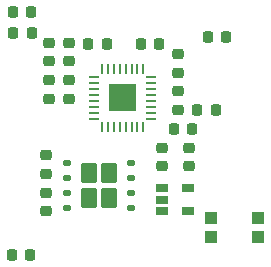
<source format=gbr>
G04 #@! TF.GenerationSoftware,KiCad,Pcbnew,(5.99.0-7341-g916db1094)*
G04 #@! TF.CreationDate,2020-12-04T14:01:58-06:00*
G04 #@! TF.ProjectId,CircuitBrains Basic v1_2,43697263-7569-4744-9272-61696e732042,rev?*
G04 #@! TF.SameCoordinates,Original*
G04 #@! TF.FileFunction,Paste,Top*
G04 #@! TF.FilePolarity,Positive*
%FSLAX46Y46*%
G04 Gerber Fmt 4.6, Leading zero omitted, Abs format (unit mm)*
G04 Created by KiCad (PCBNEW (5.99.0-7341-g916db1094)) date 2020-12-04 14:01:58*
%MOMM*%
%LPD*%
G01*
G04 APERTURE LIST*
G04 Aperture macros list*
%AMRoundRect*
0 Rectangle with rounded corners*
0 $1 Rounding radius*
0 $2 $3 $4 $5 $6 $7 $8 $9 X,Y pos of 4 corners*
0 Add a 4 corners polygon primitive as box body*
4,1,4,$2,$3,$4,$5,$6,$7,$8,$9,$2,$3,0*
0 Add four circle primitives for the rounded corners*
1,1,$1+$1,$2,$3,0*
1,1,$1+$1,$4,$5,0*
1,1,$1+$1,$6,$7,0*
1,1,$1+$1,$8,$9,0*
0 Add four rect primitives between the rounded corners*
20,1,$1+$1,$2,$3,$4,$5,0*
20,1,$1+$1,$4,$5,$6,$7,0*
20,1,$1+$1,$6,$7,$8,$9,0*
20,1,$1+$1,$8,$9,$2,$3,0*%
G04 Aperture macros list end*
%ADD10RoundRect,0.218750X0.256250X-0.218750X0.256250X0.218750X-0.256250X0.218750X-0.256250X-0.218750X0*%
%ADD11RoundRect,0.218750X-0.218750X-0.256250X0.218750X-0.256250X0.218750X0.256250X-0.218750X0.256250X0*%
%ADD12RoundRect,0.218750X-0.256250X0.218750X-0.256250X-0.218750X0.256250X-0.218750X0.256250X0.218750X0*%
%ADD13RoundRect,0.218750X0.218750X0.256250X-0.218750X0.256250X-0.218750X-0.256250X0.218750X-0.256250X0*%
%ADD14R,0.260000X0.840000*%
%ADD15R,0.840000X0.260000*%
%ADD16R,1.000000X1.000000*%
%ADD17R,1.060000X0.650000*%
%ADD18RoundRect,0.250000X-0.435000X-0.615000X0.435000X-0.615000X0.435000X0.615000X-0.435000X0.615000X0*%
%ADD19RoundRect,0.125000X-0.250000X-0.125000X0.250000X-0.125000X0.250000X0.125000X-0.250000X0.125000X0*%
G04 APERTURE END LIST*
G36*
X101238420Y-101238420D02*
G01*
X98959440Y-101238420D01*
X98959440Y-98959440D01*
X101238420Y-98959440D01*
X101238420Y-101238420D01*
G37*
D10*
X104800000Y-101099500D03*
X104800000Y-99524500D03*
X95600000Y-100187500D03*
X95600000Y-98612500D03*
D11*
X106400500Y-101100000D03*
X107975500Y-101100000D03*
D10*
X103400000Y-105887500D03*
X103400000Y-104312500D03*
D12*
X93600000Y-108124500D03*
X93600000Y-109699500D03*
D13*
X103199500Y-95500000D03*
X101624500Y-95500000D03*
D10*
X105700000Y-105875500D03*
X105700000Y-104300500D03*
X93900000Y-100187500D03*
X93900000Y-98612500D03*
X104800000Y-97987500D03*
X104800000Y-96412500D03*
D11*
X90800000Y-92800000D03*
X92375000Y-92800000D03*
X90812500Y-94600000D03*
X92387500Y-94600000D03*
D10*
X93600000Y-106499500D03*
X93600000Y-104924500D03*
D13*
X105999500Y-102700000D03*
X104424500Y-102700000D03*
D10*
X95600000Y-97000000D03*
X95600000Y-95425000D03*
D11*
X97200000Y-95500000D03*
X98775000Y-95500000D03*
D10*
X93900000Y-97000000D03*
X93900000Y-95425000D03*
D14*
X101850000Y-97665000D03*
X101350000Y-97665000D03*
X100850000Y-97665000D03*
X100350000Y-97665000D03*
X99850000Y-97665000D03*
X99350000Y-97665000D03*
X98850000Y-97665000D03*
X98350000Y-97665000D03*
D15*
X97665000Y-98350000D03*
X97665000Y-98850000D03*
X97665000Y-99350000D03*
X97665000Y-99850000D03*
X97665000Y-100350000D03*
X97665000Y-100850000D03*
X97665000Y-101350000D03*
X97665000Y-101850000D03*
D14*
X98350000Y-102535000D03*
X98850000Y-102535000D03*
X99350000Y-102535000D03*
X99850000Y-102535000D03*
X100350000Y-102535000D03*
X100850000Y-102535000D03*
X101350000Y-102535000D03*
X101850000Y-102535000D03*
D15*
X102535000Y-101850000D03*
X102535000Y-101350000D03*
X102535000Y-100850000D03*
X102535000Y-100350000D03*
X102535000Y-99850000D03*
X102535000Y-99350000D03*
X102535000Y-98850000D03*
X102535000Y-98350000D03*
D16*
X111600000Y-111900000D03*
X107600000Y-111900000D03*
X111600000Y-110300000D03*
X107600000Y-110300000D03*
D17*
X103400000Y-107750000D03*
X103400000Y-108700000D03*
X103400000Y-109650000D03*
X105600000Y-109650000D03*
X105600000Y-107750000D03*
D13*
X92275000Y-113400000D03*
X90700000Y-113400000D03*
D18*
X98950000Y-108575000D03*
X98950000Y-106425000D03*
X97250000Y-108575000D03*
X97250000Y-106425000D03*
D19*
X95400000Y-105595000D03*
X95400000Y-106865000D03*
X95400000Y-108135000D03*
X95400000Y-109405000D03*
X100800000Y-109405000D03*
X100800000Y-108135000D03*
X100800000Y-106865000D03*
X100800000Y-105595000D03*
D11*
X107312500Y-94900000D03*
X108887500Y-94900000D03*
M02*

</source>
